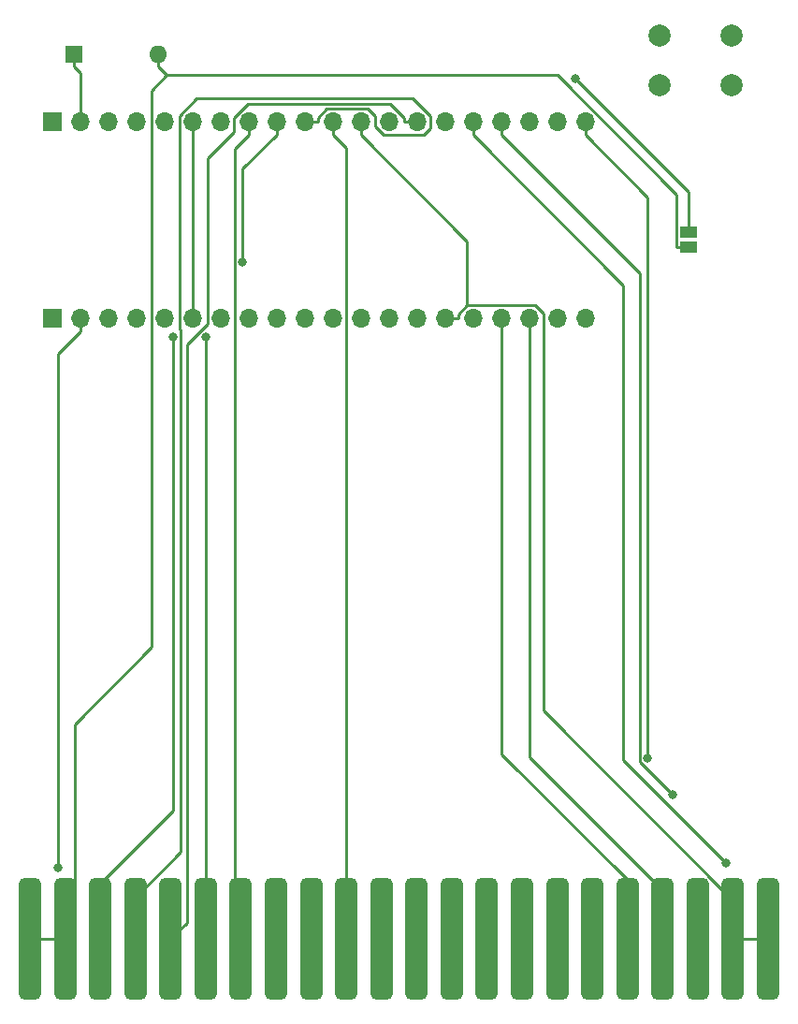
<source format=gbr>
%TF.GenerationSoftware,KiCad,Pcbnew,8.0.1*%
%TF.CreationDate,2024-04-05T19:57:55+02:00*%
%TF.ProjectId,SD-10005v,53442d31-3030-4303-9576-2e6b69636164,rev?*%
%TF.SameCoordinates,Original*%
%TF.FileFunction,Copper,L1,Top*%
%TF.FilePolarity,Positive*%
%FSLAX46Y46*%
G04 Gerber Fmt 4.6, Leading zero omitted, Abs format (unit mm)*
G04 Created by KiCad (PCBNEW 8.0.1) date 2024-04-05 19:57:55*
%MOMM*%
%LPD*%
G01*
G04 APERTURE LIST*
G04 Aperture macros list*
%AMRoundRect*
0 Rectangle with rounded corners*
0 $1 Rounding radius*
0 $2 $3 $4 $5 $6 $7 $8 $9 X,Y pos of 4 corners*
0 Add a 4 corners polygon primitive as box body*
4,1,4,$2,$3,$4,$5,$6,$7,$8,$9,$2,$3,0*
0 Add four circle primitives for the rounded corners*
1,1,$1+$1,$2,$3*
1,1,$1+$1,$4,$5*
1,1,$1+$1,$6,$7*
1,1,$1+$1,$8,$9*
0 Add four rect primitives between the rounded corners*
20,1,$1+$1,$2,$3,$4,$5,0*
20,1,$1+$1,$4,$5,$6,$7,0*
20,1,$1+$1,$6,$7,$8,$9,0*
20,1,$1+$1,$8,$9,$2,$3,0*%
G04 Aperture macros list end*
%TA.AperFunction,ComponentPad*%
%ADD10R,1.600000X1.600000*%
%TD*%
%TA.AperFunction,ComponentPad*%
%ADD11O,1.600000X1.600000*%
%TD*%
%TA.AperFunction,ComponentPad*%
%ADD12R,1.700000X1.700000*%
%TD*%
%TA.AperFunction,ComponentPad*%
%ADD13O,1.700000X1.700000*%
%TD*%
%TA.AperFunction,ComponentPad*%
%ADD14C,2.000000*%
%TD*%
%TA.AperFunction,SMDPad,CuDef*%
%ADD15R,1.500000X1.000000*%
%TD*%
%TA.AperFunction,ConnectorPad*%
%ADD16RoundRect,0.500000X-0.500000X-5.000000X0.500000X-5.000000X0.500000X5.000000X-0.500000X5.000000X0*%
%TD*%
%TA.AperFunction,ViaPad*%
%ADD17C,0.800000*%
%TD*%
%TA.AperFunction,Conductor*%
%ADD18C,0.250000*%
%TD*%
G04 APERTURE END LIST*
D10*
%TO.P,D1,1,K*%
%TO.N,Net-(D1-K)*%
X78490000Y-36900000D03*
D11*
%TO.P,D1,2,A*%
%TO.N,+5V*%
X86110000Y-36900000D03*
%TD*%
D12*
%TO.P,J1,1,Pin_1*%
%TO.N,A0*%
X76520000Y-60800000D03*
D13*
%TO.P,J1,2,Pin_2*%
%TO.N,A1*%
X79060000Y-60800000D03*
%TO.P,J1,3,Pin_3*%
%TO.N,A2*%
X81600000Y-60800000D03*
%TO.P,J1,4,Pin_4*%
%TO.N,A3*%
X84140000Y-60800000D03*
%TO.P,J1,5,Pin_5*%
%TO.N,A4*%
X86680000Y-60800000D03*
%TO.P,J1,6,Pin_6*%
%TO.N,GND*%
X89220000Y-60800000D03*
%TO.P,J1,7,Pin_7*%
%TO.N,A5*%
X91760000Y-60800000D03*
%TO.P,J1,8,Pin_8*%
%TO.N,A6*%
X94300000Y-60800000D03*
%TO.P,J1,9,Pin_9*%
%TO.N,A7*%
X96840000Y-60800000D03*
%TO.P,J1,10,Pin_10*%
%TO.N,A8*%
X99380000Y-60800000D03*
%TO.P,J1,11,Pin_11*%
%TO.N,A9*%
X101920000Y-60800000D03*
%TO.P,J1,12,Pin_12*%
%TO.N,A10*%
X104460000Y-60800000D03*
%TO.P,J1,13,Pin_13*%
%TO.N,A11*%
X107000000Y-60800000D03*
%TO.P,J1,14,Pin_14*%
%TO.N,A12*%
X109540000Y-60800000D03*
%TO.P,J1,15,Pin_15*%
%TO.N,GND*%
X112080000Y-60800000D03*
%TO.P,J1,16,Pin_16*%
%TO.N,A13*%
X114620000Y-60800000D03*
%TO.P,J1,17,Pin_17*%
%TO.N,A14*%
X117160000Y-60800000D03*
%TO.P,J1,18,Pin_18*%
%TO.N,A15*%
X119700000Y-60800000D03*
%TO.P,J1,19,Pin_19*%
%TO.N,D0*%
X122240000Y-60800000D03*
%TO.P,J1,20,Pin_20*%
%TO.N,D1*%
X124780000Y-60800000D03*
%TD*%
D12*
%TO.P,J2,1,Pin_1*%
%TO.N,unconnected-(J2-Pin_1-Pad1)*%
X76500000Y-43000000D03*
D13*
%TO.P,J2,2,Pin_2*%
%TO.N,Net-(D1-K)*%
X79040000Y-43000000D03*
%TO.P,J2,3,Pin_3*%
%TO.N,GND*%
X81580000Y-43000000D03*
%TO.P,J2,4,Pin_4*%
%TO.N,unconnected-(J2-Pin_4-Pad4)*%
X84120000Y-43000000D03*
%TO.P,J2,5,Pin_5*%
%TO.N,unconnected-(J2-Pin_5-Pad5)*%
X86660000Y-43000000D03*
%TO.P,J2,6,Pin_6*%
%TO.N,GND*%
X89200000Y-43000000D03*
%TO.P,J2,7,Pin_7*%
%TO.N,RST*%
X91740000Y-43000000D03*
%TO.P,J2,8,Pin_8*%
%TO.N,~{IOR}*%
X94280000Y-43000000D03*
%TO.P,J2,9,Pin_9*%
%TO.N,~{DSRAM}*%
X96820000Y-43000000D03*
%TO.P,J2,10,Pin_10*%
%TO.N,~{CEROM2}*%
X99360000Y-43000000D03*
%TO.P,J2,11,Pin_11*%
%TO.N,~{MREQ}*%
X101900000Y-43000000D03*
%TO.P,J2,12,Pin_12*%
%TO.N,GND*%
X104440000Y-43000000D03*
%TO.P,J2,13,Pin_13*%
%TO.N,~{MEMW}*%
X106980000Y-43000000D03*
%TO.P,J2,14,Pin_14*%
%TO.N,~{MEMR}*%
X109520000Y-43000000D03*
%TO.P,J2,15,Pin_15*%
%TO.N,D7*%
X112060000Y-43000000D03*
%TO.P,J2,16,Pin_16*%
%TO.N,D6*%
X114600000Y-43000000D03*
%TO.P,J2,17,Pin_17*%
%TO.N,D5*%
X117140000Y-43000000D03*
%TO.P,J2,18,Pin_18*%
%TO.N,D4*%
X119680000Y-43000000D03*
%TO.P,J2,19,Pin_19*%
%TO.N,D3*%
X122220000Y-43000000D03*
%TO.P,J2,20,Pin_20*%
%TO.N,D2*%
X124760000Y-43000000D03*
%TD*%
D14*
%TO.P,SW1,1,1*%
%TO.N,RST*%
X131500000Y-35200000D03*
X138000000Y-35200000D03*
%TO.P,SW1,2,2*%
%TO.N,GND*%
X131500000Y-39700000D03*
X138000000Y-39700000D03*
%TD*%
D15*
%TO.P,JP1,1,A*%
%TO.N,~{DSRAM}*%
X134100000Y-53000000D03*
%TO.P,JP1,2,B*%
%TO.N,+5V*%
X134100000Y-54300000D03*
%TD*%
D16*
%TO.P,CON1,B1,5V*%
%TO.N,+5V*%
X74500000Y-116900000D03*
%TO.P,CON1,B2,5V*%
X77680000Y-116900000D03*
%TO.P,CON1,B3,~{DSRAM}*%
%TO.N,~{DSRAM}*%
X80860000Y-116900000D03*
%TO.P,CON1,B4,~{CEROM2}*%
%TO.N,~{CEROM2}*%
X84040000Y-116900000D03*
%TO.P,CON1,B5,~{MEMR}*%
%TO.N,~{MEMR}*%
X87220000Y-116900000D03*
%TO.P,CON1,B6,~{MEMW}*%
%TO.N,~{MEMW}*%
X90400000Y-116900000D03*
%TO.P,CON1,B7,~{IOR}*%
%TO.N,~{IOR}*%
X93580000Y-116900000D03*
%TO.P,CON1,B8,~{IOW}*%
%TO.N,unconnected-(CON1-~{IOW}-PadB8)*%
X96760000Y-116900000D03*
%TO.P,CON1,B9,N.C.*%
%TO.N,unconnected-(CON1-N.C.-PadB9)*%
X99940000Y-116900000D03*
%TO.P,CON1,B10,~{MREQ}*%
%TO.N,~{MREQ}*%
X103120000Y-116900000D03*
%TO.P,CON1,B11,CON*%
%TO.N,unconnected-(CON1-CON-PadB11)*%
X106300000Y-116900000D03*
%TO.P,CON1,B12,~{RAS1}*%
%TO.N,unconnected-(CON1-~{RAS1}-PadB12)*%
X109480000Y-116900000D03*
%TO.P,CON1,B13,~{CAS1}*%
%TO.N,unconnected-(CON1-~{CAS1}-PadB13)*%
X112660000Y-116900000D03*
%TO.P,CON1,B14,RAMA7*%
%TO.N,unconnected-(CON1-RAMA7-PadB14)*%
X115840000Y-116900000D03*
%TO.P,CON1,B15,~{RAS2}*%
%TO.N,unconnected-(CON1-~{RAS2}-PadB15)*%
X119020000Y-116900000D03*
%TO.P,CON1,B16,~{CAS2}*%
%TO.N,unconnected-(CON1-~{CAS2}-PadB16)*%
X122200000Y-116900000D03*
%TO.P,CON1,B17,~{MUX}*%
%TO.N,unconnected-(CON1-~{MUX}-PadB17)*%
X125380000Y-116900000D03*
%TO.P,CON1,B18,A14*%
%TO.N,A14*%
X128560000Y-116900000D03*
%TO.P,CON1,B19,A15*%
%TO.N,A15*%
X131740000Y-116900000D03*
%TO.P,CON1,B20,N.C.*%
%TO.N,unconnected-(CON1-N.C.-PadB20)*%
X134920000Y-116900000D03*
%TO.P,CON1,B21,GND*%
%TO.N,GND*%
X138100000Y-116900000D03*
%TO.P,CON1,B22,GND*%
X141280000Y-116900000D03*
%TD*%
D17*
%TO.N,~{DSRAM}*%
X123851700Y-39058700D03*
X87421000Y-62430100D03*
X93749100Y-55651500D03*
%TO.N,~{MEMW}*%
X90400000Y-62445800D03*
%TO.N,D6*%
X137447200Y-110016600D03*
%TO.N,D5*%
X132660700Y-103847700D03*
%TO.N,D2*%
X130407900Y-100533400D03*
%TO.N,A1*%
X77037200Y-110477600D03*
%TD*%
D18*
%TO.N,Net-(D1-K)*%
X79040000Y-38576700D02*
X78490000Y-38026700D01*
X79040000Y-43000000D02*
X79040000Y-38576700D01*
X78490000Y-36900000D02*
X78490000Y-38026700D01*
%TO.N,~{DSRAM}*%
X93749100Y-47247600D02*
X96820000Y-44176700D01*
X93749100Y-55651500D02*
X93749100Y-47247600D01*
X96820000Y-43000000D02*
X96820000Y-44176700D01*
X87421000Y-105310800D02*
X87421000Y-62430100D01*
X80860000Y-111871800D02*
X87421000Y-105310800D01*
X80860000Y-116900000D02*
X80860000Y-111871800D01*
X134100000Y-49307000D02*
X123851700Y-39058700D01*
X134100000Y-53000000D02*
X134100000Y-49307000D01*
%TO.N,~{MREQ}*%
X103120000Y-45396700D02*
X101900000Y-44176700D01*
X103120000Y-116900000D02*
X103120000Y-45396700D01*
X101900000Y-43000000D02*
X101900000Y-44176700D01*
%TO.N,GND*%
X89200000Y-59603300D02*
X89220000Y-59623300D01*
X89200000Y-43000000D02*
X89200000Y-59603300D01*
X89220000Y-60800000D02*
X89220000Y-59623300D01*
X141280000Y-116900000D02*
X138100000Y-116900000D01*
X112080000Y-60800000D02*
X113256700Y-60800000D01*
X114065600Y-53802300D02*
X114065600Y-59623300D01*
X104440000Y-44176700D02*
X114065600Y-53802300D01*
X120240300Y-59623300D02*
X114065600Y-59623300D01*
X120970000Y-60353000D02*
X120240300Y-59623300D01*
X120970000Y-96278100D02*
X120970000Y-60353000D01*
X138100000Y-113408100D02*
X120970000Y-96278100D01*
X138100000Y-116900000D02*
X138100000Y-113408100D01*
X113256700Y-60432200D02*
X113256700Y-60800000D01*
X114065600Y-59623300D02*
X113256700Y-60432200D01*
X104440000Y-43000000D02*
X104440000Y-44176700D01*
%TO.N,+5V*%
X134100000Y-54300000D02*
X133023300Y-54300000D01*
X74500000Y-116900000D02*
X77680000Y-116900000D01*
X86110000Y-36900000D02*
X86110000Y-38026700D01*
X86110000Y-38026700D02*
X86873300Y-38790000D01*
X122214200Y-38790000D02*
X86873300Y-38790000D01*
X133023300Y-49599100D02*
X122214200Y-38790000D01*
X133023300Y-54300000D02*
X133023300Y-49599100D01*
X78522000Y-116058000D02*
X77680000Y-116900000D01*
X78522000Y-97512200D02*
X78522000Y-116058000D01*
X85530300Y-90503900D02*
X78522000Y-97512200D01*
X85530300Y-74178200D02*
X85530300Y-90503900D01*
X85470100Y-74118000D02*
X85530300Y-74178200D01*
X85470100Y-40193200D02*
X85470100Y-74118000D01*
X86873300Y-38790000D02*
X85470100Y-40193200D01*
%TO.N,~{CEROM2}*%
X99360000Y-43000000D02*
X100536700Y-43000000D01*
X100536700Y-42632200D02*
X100536700Y-43000000D01*
X101345600Y-41823300D02*
X100536700Y-42632200D01*
X105015500Y-41823300D02*
X101345600Y-41823300D01*
X105710000Y-42517800D02*
X105015500Y-41823300D01*
X105710000Y-43408900D02*
X105710000Y-42517800D01*
X106477800Y-44176700D02*
X105710000Y-43408900D01*
X110095700Y-44176700D02*
X106477800Y-44176700D01*
X110701900Y-43570500D02*
X110095700Y-44176700D01*
X110701900Y-42506500D02*
X110701900Y-43570500D01*
X109101600Y-40906200D02*
X110701900Y-42506500D01*
X89580600Y-40906200D02*
X109101600Y-40906200D01*
X87999700Y-42487100D02*
X89580600Y-40906200D01*
X87999700Y-61673100D02*
X87999700Y-42487100D01*
X88156500Y-61829900D02*
X87999700Y-61673100D01*
X88156500Y-109025900D02*
X88156500Y-61829900D01*
X84040000Y-113142400D02*
X88156500Y-109025900D01*
X84040000Y-116900000D02*
X84040000Y-113142400D01*
%TO.N,A15*%
X119700000Y-100435300D02*
X119700000Y-60800000D01*
X131740000Y-112475300D02*
X119700000Y-100435300D01*
X131740000Y-116900000D02*
X131740000Y-112475300D01*
%TO.N,A14*%
X117160000Y-100189600D02*
X117160000Y-60800000D01*
X128560000Y-111589600D02*
X117160000Y-100189600D01*
X128560000Y-116900000D02*
X128560000Y-111589600D01*
%TO.N,~{IOR}*%
X94280000Y-43000000D02*
X94280000Y-44176700D01*
X93022400Y-116342400D02*
X93580000Y-116900000D01*
X93022400Y-45434300D02*
X93022400Y-116342400D01*
X94280000Y-44176700D02*
X93022400Y-45434300D01*
%TO.N,~{MEMW}*%
X90400000Y-116900000D02*
X90400000Y-62445800D01*
%TO.N,~{MEMR}*%
X109520000Y-43000000D02*
X108343300Y-43000000D01*
X88679900Y-115440100D02*
X87220000Y-116900000D01*
X88679900Y-63132700D02*
X88679900Y-115440100D01*
X90542400Y-61270200D02*
X88679900Y-63132700D01*
X90542400Y-46285900D02*
X90542400Y-61270200D01*
X92916700Y-43911600D02*
X90542400Y-46285900D01*
X92916700Y-42686200D02*
X92916700Y-43911600D01*
X94242100Y-41360800D02*
X92916700Y-42686200D01*
X107071800Y-41360800D02*
X94242100Y-41360800D01*
X108343300Y-42632300D02*
X107071800Y-41360800D01*
X108343300Y-43000000D02*
X108343300Y-42632300D01*
%TO.N,D6*%
X114600000Y-43000000D02*
X114600000Y-44176700D01*
X128189600Y-57766300D02*
X114600000Y-44176700D01*
X128189700Y-57766300D02*
X128189600Y-57766300D01*
X128189700Y-100759100D02*
X128189700Y-57766300D01*
X137447200Y-110016600D02*
X128189700Y-100759100D01*
%TO.N,D5*%
X117140000Y-43000000D02*
X117140000Y-44176700D01*
X129681200Y-100868200D02*
X132660700Y-103847700D01*
X129681200Y-56717900D02*
X129681200Y-100868200D01*
X117140000Y-44176700D02*
X129681200Y-56717900D01*
%TO.N,D2*%
X124760000Y-43000000D02*
X124760000Y-44176700D01*
X130407900Y-49824600D02*
X130407900Y-100533400D01*
X124760000Y-44176700D02*
X130407900Y-49824600D01*
%TO.N,A1*%
X79060000Y-60800000D02*
X79060000Y-61976700D01*
X77037200Y-63999500D02*
X77037200Y-110477600D01*
X79060000Y-61976700D02*
X77037200Y-63999500D01*
%TD*%
M02*

</source>
